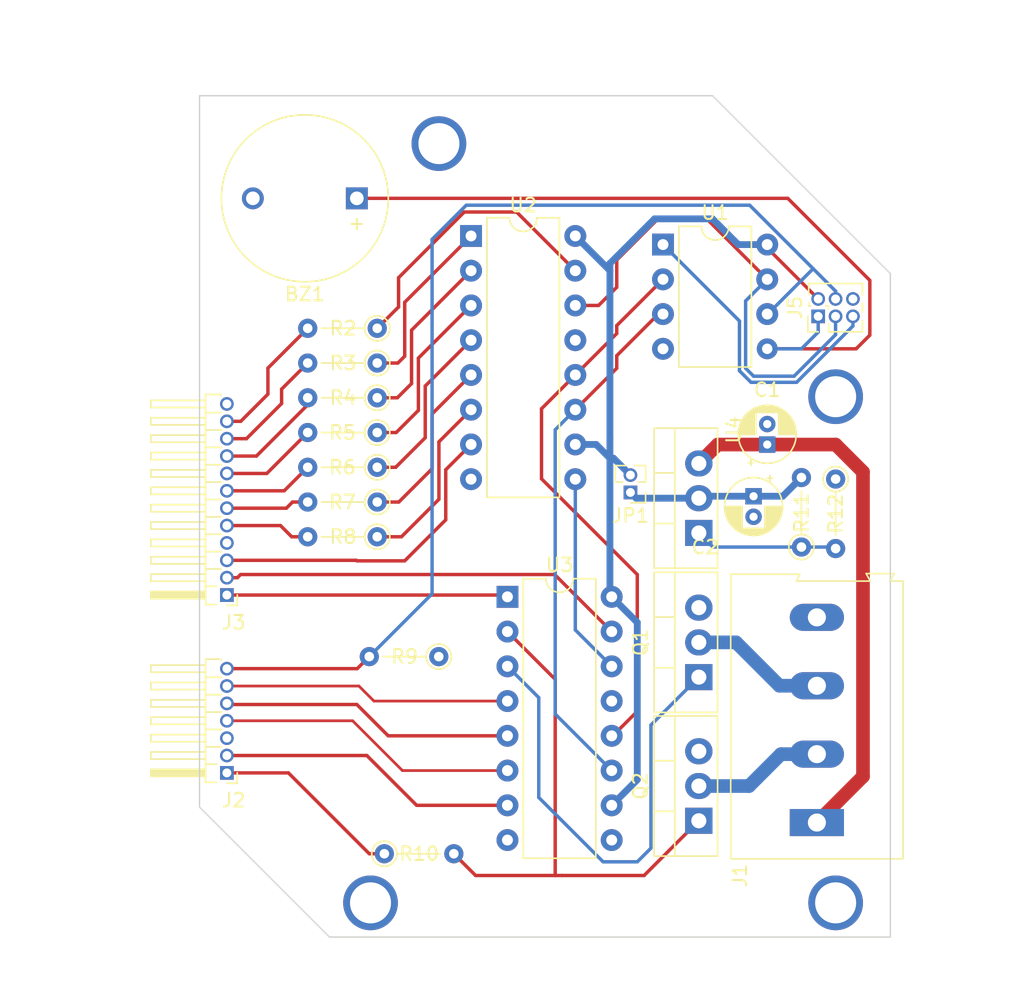
<source format=kicad_pcb>
(kicad_pcb (version 20211014) (generator pcbnew)
  (title_block (title "LightBox") (date "2022-09-30") (rev "0.1") (company "Viniltejo"))
  (layers (0 "F.Cu" signal) (31 "B.Cu" signal) (34 "B.Paste" user) (35 "F.Paste" user) (36 "B.SilkS" user "B.Silkscreen") (37 "F.SilkS" user "F.Silkscreen") (38 "B.Mask" user) (39 "F.Mask" user) (44 "Edge.Cuts" user))
  (net 0 "")
  (net 1 "GND")
  (net 2 "/Data")
  (net 3 "/Clk")
  (net 4 "/Rclk")
  (net 5 "+3V3")
  (net 6 "+12V")
  (net 7 "/E")
  (net 8 "/D")
  (net 9 "/Digit1")
  (net 10 "/C")
  (net 11 "/H")
  (net 12 "/B")
  (net 13 "/A")
  (net 14 "/F")
  (net 15 "/G")
  (net 16 "/Digit3")
  (net 17 "/QH'")
  (net 18 "/Digit2")
  (net 19 "/SW_Push_-")
  (net 20 "/SW_Push_RESET")
  (net 21 "/SW_Push_+")
  (net 22 "/SW_Push_START")
  (net 23 "Net-(R3-Pad1)")
  (net 24 "Net-(R4-Pad1)")
  (net 25 "Net-(R5-Pad1)")
  (net 26 "Net-(R6-Pad1)")
  (net 27 "Net-(R7-Pad1)")
  (net 28 "Net-(R8-Pad1)")
  (net 29 "/UVLeds")
  (net 30 "Net-(R2-Pad1)")
  (net 31 "Net-(C2-Pad1)")
  (net 32 "/Led")
  (net 33 "Net-(R11-Pad1)")
  (net 34 "/UV_Led_Array")
  (net 36 "/RED_Led_Array")
  (net 37 "/ISP_RST")
  (net 38 "/Keypad")
  (net 39 "/REDLeds")
  (net 40 "/Buzzer")
  (footprint "TerminalBlock:TerminalBlock_Altech_AK300-4_P5.00mm" (layer "F.Cu") (at 168.13 122.13 90)
    (fp_text reference "J1" (at -3.87 -5.63 90) (layer "F.SilkS"))
    (fp_text value "Screw_Terminal_01x04")
    (pad "1" thru_hole rect (at 0 0 90) (size 1.98 3.96) (drill 1.32) (layers *.Cu *.Mask) (net 6 "+12V"))
    (pad "2" thru_hole oval (at 5 0 90) (size 1.98 3.96) (drill 1.32) (layers *.Cu *.Mask) (net 34 "/UV_Led_Array"))
    (pad "3" thru_hole oval (at 10 0 90) (size 1.98 3.96) (drill 1.32) (layers *.Cu *.Mask) (net 36 "/RED_Led_Array"))
    (pad "4" thru_hole oval (at 15 0 90) (size 1.98 3.96) (drill 1.32) (layers *.Cu *.Mask) (net 1 "GND"))
  )
  (footprint "Package_TO_SOT_THT:TO-220-3_Vertical" (layer "F.Cu") (at 159.5 122 90)
    (fp_text reference "Q2" (at 2.54 -4.27 90) (layer "F.SilkS"))
    (fp_text value "IRF740")
    (pad "1" thru_hole rect (at 0 0 90) (size 1.905 2) (drill 1.1) (layers *.Cu *.Mask) (net 29 "/UVLeds"))
    (pad "2" thru_hole oval (at 2.54 0 90) (size 1.905 2) (drill 1.1) (layers *.Cu *.Mask) (net 34 "/UV_Led_Array"))
    (pad "3" thru_hole oval (at 5.08 0 90) (size 1.905 2) (drill 1.1) (layers *.Cu *.Mask) (net 1 "GND"))
  )
  (footprint "Resistor_THT:R_Axial_DIN0204_L3.6mm_D1.6mm_P5.08mm_Vertical" (layer "F.Cu") (at 135.99 86 180)
    (fp_text reference "R2" (at 2.5 0) (layer "F.SilkS"))
    (fp_text value "470R" hide)
    (pad "1" thru_hole circle (at 0 0 180) (size 1.4 1.4) (drill 0.7) (layers *.Cu *.Mask) (net 30 "Net-(R2-Pad1)"))
    (pad "2" thru_hole oval (at 5.08 0 180) (size 1.4 1.4) (drill 0.7) (layers *.Cu *.Mask) (net 13 "/A"))
  )
  (footprint "Resistor_THT:R_Axial_DIN0204_L3.6mm_D1.6mm_P5.08mm_Vertical" (layer "F.Cu") (at 140.49 110 180)
    (fp_text reference "R9" (at 2.5 0) (layer "F.SilkS"))
    (fp_text value "1K")
    (pad "1" thru_hole circle (at 0 0 180) (size 1.4 1.4) (drill 0.7) (layers *.Cu *.Mask) (net 1 "GND"))
    (pad "2" thru_hole oval (at 5.08 0 180) (size 1.4 1.4) (drill 0.7) (layers *.Cu *.Mask) (net 38 "/Keypad"))
  )
  (footprint "Resistor_THT:R_Axial_DIN0204_L3.6mm_D1.6mm_P5.08mm_Vertical" (layer "F.Cu") (at 136.51 124.41)
    (fp_text reference "R10" (at 2.54 0) (layer "F.SilkS"))
    (fp_text value "470R" hide)
    (pad "1" thru_hole circle (at 0 0) (size 1.4 1.4) (drill 0.7) (layers *.Cu *.Mask) (net 32 "/Led"))
    (pad "2" thru_hole oval (at 5.08 0) (size 1.4 1.4) (drill 0.7) (layers *.Cu *.Mask) (net 29 "/UVLeds"))
  )
  (footprint "Package_DIP:DIP-16_W7.62mm" (layer "F.Cu") (at 142.85 79.25)
    (fp_text reference "U2" (at 3.81 -2.25) (layer "F.SilkS"))
    (fp_text value "74AHCT595")
    (pad "1" thru_hole rect (at 0 0) (size 1.6 1.6) (drill 0.8) (layers *.Cu *.Mask) (net 23 "Net-(R3-Pad1)"))
    (pad "2" thru_hole oval (at 0 2.54) (size 1.6 1.6) (drill 0.8) (layers *.Cu *.Mask) (net 24 "Net-(R4-Pad1)"))
    (pad "3" thru_hole oval (at 0 5.08) (size 1.6 1.6) (drill 0.8) (layers *.Cu *.Mask) (net 25 "Net-(R5-Pad1)"))
    (pad "4" thru_hole oval (at 0 7.62) (size 1.6 1.6) (drill 0.8) (layers *.Cu *.Mask) (net 26 "Net-(R6-Pad1)"))
    (pad "5" thru_hole oval (at 0 10.16) (size 1.6 1.6) (drill 0.8) (layers *.Cu *.Mask) (net 27 "Net-(R7-Pad1)"))
    (pad "6" thru_hole oval (at 0 12.7) (size 1.6 1.6) (drill 0.8) (layers *.Cu *.Mask) (net 28 "Net-(R8-Pad1)"))
    (pad "7" thru_hole oval (at 0 15.24) (size 1.6 1.6) (drill 0.8) (layers *.Cu *.Mask) (net 9 "/Digit1"))
    (pad "8" thru_hole oval (at 0 17.78) (size 1.6 1.6) (drill 0.8) (layers *.Cu *.Mask) (net 1 "GND"))
    (pad "9" thru_hole oval (at 7.62 17.78) (size 1.6 1.6) (drill 0.8) (layers *.Cu *.Mask) (net 17 "/QH'"))
    (pad "10" thru_hole oval (at 7.62 15.24) (size 1.6 1.6) (drill 0.8) (layers *.Cu *.Mask) (net 5 "+3V3"))
    (pad "11" thru_hole oval (at 7.62 12.7) (size 1.6 1.6) (drill 0.8) (layers *.Cu *.Mask) (net 3 "/Clk"))
    (pad "12" thru_hole oval (at 7.62 10.16) (size 1.6 1.6) (drill 0.8) (layers *.Cu *.Mask) (net 4 "/Rclk"))
    (pad "13" thru_hole oval (at 7.62 7.62) (size 1.6 1.6) (drill 0.8) (layers *.Cu *.Mask) (net 1 "GND"))
    (pad "14" thru_hole oval (at 7.62 5.08) (size 1.6 1.6) (drill 0.8) (layers *.Cu *.Mask) (net 2 "/Data"))
    (pad "15" thru_hole oval (at 7.62 2.54) (size 1.6 1.6) (drill 0.8) (layers *.Cu *.Mask) (net 30 "Net-(R2-Pad1)"))
    (pad "16" thru_hole oval (at 7.62 0) (size 1.6 1.6) (drill 0.8) (layers *.Cu *.Mask) (net 5 "+3V3"))
  )
  (footprint "Package_TO_SOT_THT:TO-220-3_Vertical" (layer "F.Cu") (at 159.5 111.5 90)
    (fp_text reference "Q1" (at 2.54 -4.27 90) (layer "F.SilkS"))
    (fp_text value "IRF740")
    (pad "1" thru_hole rect (at 0 0 90) (size 1.905 2) (drill 1.1) (layers *.Cu *.Mask) (net 39 "/REDLeds"))
    (pad "2" thru_hole oval (at 2.54 0 90) (size 1.905 2) (drill 1.1) (layers *.Cu *.Mask) (net 36 "/RED_Led_Array"))
    (pad "3" thru_hole oval (at 5.08 0 90) (size 1.905 2) (drill 1.1) (layers *.Cu *.Mask) (net 1 "GND"))
  )
  (footprint "Resistor_THT:R_Axial_DIN0204_L3.6mm_D1.6mm_P5.08mm_Vertical" (layer "F.Cu") (at 167 101.99 90)
    (fp_text reference "R11" (at 2.5 0 90) (layer "F.SilkS"))
    (fp_text value "1K" hide)
    (pad "1" thru_hole circle (at 0 0 90) (size 1.4 1.4) (drill 0.7) (layers *.Cu *.Mask) (net 33 "Net-(R11-Pad1)"))
    (pad "2" thru_hole oval (at 5.08 0 90) (size 1.4 1.4) (drill 0.7) (layers *.Cu *.Mask) (net 31 "Net-(C2-Pad1)"))
  )
  (footprint "Buzzer_Beeper:MagneticBuzzer_ProSignal_ABI-010-RC" (layer "F.Cu") (at 134.5 76.5 180)
    (fp_text reference "BZ1" (at 3.8 -7) (layer "F.SilkS"))
    (fp_text value "Buzzer")
    (fp_text user "+" (at 0 -1.8) (layer "F.SilkS"))
    (pad "1" thru_hole rect (at 0 0 180) (size 1.6 1.6) (drill 1) (layers *.Cu *.Mask) (net 40 "/Buzzer"))
    (pad "2" thru_hole circle (at 7.6 0 180) (size 1.6 1.6) (drill 1) (layers *.Cu *.Mask) (net 1 "GND"))
  )
  (footprint "Resistor_THT:R_Axial_DIN0204_L3.6mm_D1.6mm_P5.08mm_Vertical" (layer "F.Cu") (at 135.99 101.24 180)
    (fp_text reference "R8" (at 2.5 0) (layer "F.SilkS"))
    (fp_text value "470R" hide)
    (pad "1" thru_hole circle (at 0 0 180) (size 1.4 1.4) (drill 0.7) (layers *.Cu *.Mask) (net 28 "Net-(R8-Pad1)"))
    (pad "2" thru_hole oval (at 5.08 0 180) (size 1.4 1.4) (drill 0.7) (layers *.Cu *.Mask) (net 15 "/G"))
  )
  (footprint "Capacitor_THT:CP_Radial_D4.0mm_P1.50mm" (layer "F.Cu") (at 164.5 94.5 90)
    (fp_text reference "C1" (at 4 0) (layer "F.SilkS"))
    (fp_text value "0.1µF" hide)
    (pad "1" thru_hole rect (at 0 0 90) (size 1.2 1.2) (drill 0.6) (layers *.Cu *.Mask) (net 6 "+12V"))
    (pad "2" thru_hole circle (at 1.5 0 90) (size 1.2 1.2) (drill 0.6) (layers *.Cu *.Mask) (net 1 "GND"))
  )
  (footprint "Resistor_THT:R_Axial_DIN0204_L3.6mm_D1.6mm_P5.08mm_Vertical" (layer "F.Cu") (at 135.99 96.16 180)
    (fp_text reference "R6" (at 2.54 0) (layer "F.SilkS"))
    (fp_text value "470R" hide)
    (pad "1" thru_hole circle (at 0 0 180) (size 1.4 1.4) (drill 0.7) (layers *.Cu *.Mask) (net 26 "Net-(R6-Pad1)"))
    (pad "2" thru_hole oval (at 5.08 0 180) (size 1.4 1.4) (drill 0.7) (layers *.Cu *.Mask) (net 7 "/E"))
  )
  (footprint "Package_DIP:DIP-16_W7.62mm" (layer "F.Cu") (at 145.51 105.63)
    (fp_text reference "U3" (at 3.81 -2.33) (layer "F.SilkS"))
    (fp_text value "74HC595")
    (pad "1" thru_hole rect (at 0 0) (size 1.6 1.6) (drill 0.8) (layers *.Cu *.Mask) (net 16 "/Digit3"))
    (pad "2" thru_hole oval (at 0 2.54) (size 1.6 1.6) (drill 0.8) (layers *.Cu *.Mask) (net 29 "/UVLeds"))
    (pad "3" thru_hole oval (at 0 5.08) (size 1.6 1.6) (drill 0.8) (layers *.Cu *.Mask) (net 39 "/REDLeds"))
    (pad "4" thru_hole oval (at 0 7.62) (size 1.6 1.6) (drill 0.8) (layers *.Cu *.Mask) (net 19 "/SW_Push_-"))
    (pad "5" thru_hole oval (at 0 10.16) (size 1.6 1.6) (drill 0.8) (layers *.Cu *.Mask) (net 20 "/SW_Push_RESET"))
    (pad "6" thru_hole oval (at 0 12.7) (size 1.6 1.6) (drill 0.8) (layers *.Cu *.Mask) (net 21 "/SW_Push_+"))
    (pad "7" thru_hole oval (at 0 15.24) (size 1.6 1.6) (drill 0.8) (layers *.Cu *.Mask) (net 22 "/SW_Push_START"))
    (pad "8" thru_hole oval (at 0 17.78) (size 1.6 1.6) (drill 0.8) (layers *.Cu *.Mask) (net 1 "GND"))
    (pad "9" thru_hole oval (at 7.62 17.78) (size 1.6 1.6) (drill 0.8) (layers *.Cu *.Mask))
    (pad "10" thru_hole oval (at 7.62 15.24) (size 1.6 1.6) (drill 0.8) (layers *.Cu *.Mask) (net 5 "+3V3"))
    (pad "11" thru_hole oval (at 7.62 12.7) (size 1.6 1.6) (drill 0.8) (layers *.Cu *.Mask) (net 3 "/Clk"))
    (pad "12" thru_hole oval (at 7.62 10.16) (size 1.6 1.6) (drill 0.8) (layers *.Cu *.Mask) (net 4 "/Rclk"))
    (pad "13" thru_hole oval (at 7.62 7.62) (size 1.6 1.6) (drill 0.8) (layers *.Cu *.Mask) (net 1 "GND"))
    (pad "14" thru_hole oval (at 7.62 5.08) (size 1.6 1.6) (drill 0.8) (layers *.Cu *.Mask) (net 17 "/QH'"))
    (pad "15" thru_hole oval (at 7.62 2.54) (size 1.6 1.6) (drill 0.8) (layers *.Cu *.Mask) (net 18 "/Digit2"))
    (pad "16" thru_hole oval (at 7.62 0) (size 1.6 1.6) (drill 0.8) (layers *.Cu *.Mask) (net 5 "+3V3"))
  )
  (footprint "Connector_PinHeader_1.27mm:PinHeader_1x07_P1.27mm_Horizontal" (layer "F.Cu") (at 125 118.5 180)
    (fp_text reference "J2" (at -0.5 -2) (layer "F.SilkS"))
    (fp_text value "Conn_01x07_Female")
    (pad "1" thru_hole rect (at 0 0 180) (size 1 1) (drill 0.65) (layers *.Cu *.Mask) (net 32 "/Led"))
    (pad "2" thru_hole oval (at 0 1.27 180) (size 1 1) (drill 0.65) (layers *.Cu *.Mask) (net 22 "/SW_Push_START"))
    (pad "3" thru_hole oval (at 0 2.54 180) (size 1 1) (drill 0.65) (layers *.Cu *.Mask) (net 1 "GND"))
    (pad "4" thru_hole oval (at 0 3.81 180) (size 1 1) (drill 0.65) (layers *.Cu *.Mask) (net 21 "/SW_Push_+"))
    (pad "5" thru_hole oval (at 0 5.08 180) (size 1 1) (drill 0.65) (layers *.Cu *.Mask) (net 20 "/SW_Push_RESET"))
    (pad "6" thru_hole oval (at 0 6.35 180) (size 1 1) (drill 0.65) (layers *.Cu *.Mask) (net 19 "/SW_Push_-"))
    (pad "7" thru_hole oval (at 0 7.62 180) (size 1 1) (drill 0.65) (layers *.Cu *.Mask) (net 38 "/Keypad"))
  )
  (footprint "Package_TO_SOT_THT:TO-220-3_Vertical" (layer "F.Cu") (at 159.5 100.96 90)
    (fp_text reference "U4" (at 7.54 2.54 90) (layer "F.SilkS"))
    (fp_text value "LM317_TO-220" hide)
    (pad "1" thru_hole rect (at 0 0 90) (size 1.905 2) (drill 1.1) (layers *.Cu *.Mask) (net 33 "Net-(R11-Pad1)"))
    (pad "2" thru_hole oval (at 2.54 0 90) (size 1.905 2) (drill 1.1) (layers *.Cu *.Mask) (net 31 "Net-(C2-Pad1)"))
    (pad "3" thru_hole oval (at 5.08 0 90) (size 1.905 2) (drill 1.1) (layers *.Cu *.Mask) (net 6 "+12V"))
  )
  (footprint "Resistor_THT:R_Axial_DIN0204_L3.6mm_D1.6mm_P5.08mm_Vertical" (layer "F.Cu") (at 135.99 88.54 180)
    (fp_text reference "R3" (at 2.5 0) (layer "F.SilkS"))
    (fp_text value "470R" hide)
    (pad "1" thru_hole circle (at 0 0 180) (size 1.4 1.4) (drill 0.7) (layers *.Cu *.Mask) (net 23 "Net-(R3-Pad1)"))
    (pad "2" thru_hole oval (at 5.08 0 180) (size 1.4 1.4) (drill 0.7) (layers *.Cu *.Mask) (net 12 "/B"))
  )
  (footprint "Resistor_THT:R_Axial_DIN0204_L3.6mm_D1.6mm_P5.08mm_Vertical" (layer "F.Cu") (at 169.5 97.02 -90)
    (fp_text reference "R12" (at 2.54 0 90) (layer "F.SilkS"))
    (fp_text value "1.5K" hide)
    (pad "1" thru_hole circle (at 0 0 270) (size 1.4 1.4) (drill 0.7) (layers *.Cu *.Mask) (net 1 "GND"))
    (pad "2" thru_hole oval (at 5.08 0 270) (size 1.4 1.4) (drill 0.7) (layers *.Cu *.Mask) (net 33 "Net-(R11-Pad1)"))
  )
  (footprint "Capacitor_THT:CP_Radial_D4.0mm_P1.50mm" (layer "F.Cu") (at 163.5 98.277401 -90)
    (fp_text reference "C2" (at 3.722599 3.555) (layer "F.SilkS"))
    (fp_text value "10µF" hide)
    (pad "1" thru_hole rect (at 0 0 270) (size 1.2 1.2) (drill 0.6) (layers *.Cu *.Mask) (net 31 "Net-(C2-Pad1)"))
    (pad "2" thru_hole circle (at 1.5 0 270) (size 1.2 1.2) (drill 0.6) (layers *.Cu *.Mask) (net 1 "GND"))
  )
  (footprint "Resistor_THT:R_Axial_DIN0204_L3.6mm_D1.6mm_P5.08mm_Vertical" (layer "F.Cu") (at 135.99 91.08 180)
    (fp_text reference "R4" (at 2.5 0) (layer "F.SilkS"))
    (fp_text value "470R" hide)
    (pad "1" thru_hole circle (at 0 0 180) (size 1.4 1.4) (drill 0.7) (layers *.Cu *.Mask) (net 24 "Net-(R4-Pad1)"))
    (pad "2" thru_hole oval (at 5.08 0 180) (size 1.4 1.4) (drill 0.7) (layers *.Cu *.Mask) (net 10 "/C"))
  )
  (footprint "Resistor_THT:R_Axial_DIN0204_L3.6mm_D1.6mm_P5.08mm_Vertical" (layer "F.Cu") (at 135.99 93.62 180)
    (fp_text reference "R5" (at 2.54 0) (layer "F.SilkS"))
    (fp_text value "470R" hide)
    (pad "1" thru_hole circle (at 0 0 180) (size 1.4 1.4) (drill 0.7) (layers *.Cu *.Mask) (net 25 "Net-(R5-Pad1)"))
    (pad "2" thru_hole oval (at 5.08 0 180) (size 1.4 1.4) (drill 0.7) (layers *.Cu *.Mask) (net 8 "/D"))
  )
  (footprint "Resistor_THT:R_Axial_DIN0204_L3.6mm_D1.6mm_P5.08mm_Vertical" (layer "F.Cu") (at 135.99 98.7 180)
    (fp_text reference "R7" (at 2.54 0) (layer "F.SilkS"))
    (fp_text value "470R" hide)
    (pad "1" thru_hole circle (at 0 0 180) (size 1.4 1.4) (drill 0.7) (layers *.Cu *.Mask) (net 27 "Net-(R7-Pad1)"))
    (pad "2" thru_hole oval (at 5.08 0 180) (size 1.4 1.4) (drill 0.7) (layers *.Cu *.Mask) (net 14 "/F"))
  )
  (footprint "Connector_PinHeader_1.27mm:PinHeader_2x03_P1.27mm_Vertical" (layer "F.Cu") (at 168.225 85.125 90)
    (fp_text reference "J5" (at 0.635 -1.695 90) (layer "F.SilkS"))
    (fp_text value "Conn_02x03_Odd_Even")
    (pad "1" thru_hole rect (at 0 0 90) (size 1 1) (drill 0.65) (layers *.Cu *.Mask) (net 40 "/Buzzer"))
    (pad "2" thru_hole oval (at 1.27 0 90) (size 1 1) (drill 0.65) (layers *.Cu *.Mask) (net 5 "+3V3"))
    (pad "3" thru_hole oval (at 0 1.27 90) (size 1 1) (drill 0.65) (layers *.Cu *.Mask) (net 2 "/Data"))
    (pad "4" thru_hole oval (at 1.27 1.27 90) (size 1 1) (drill 0.65) (layers *.Cu *.Mask) (net 38 "/Keypad"))
    (pad "5" thru_hole oval (at 0 2.54 90) (size 1 1) (drill 0.65) (layers *.Cu *.Mask) (net 37 "/ISP_RST"))
    (pad "6" thru_hole oval (at 1.27 2.54 90) (size 1 1) (drill 0.65) (layers *.Cu *.Mask) (net 1 "GND"))
  )
  (footprint "Connector_PinHeader_1.27mm:PinHeader_1x02_P1.27mm_Vertical" (layer "F.Cu") (at 154.5 98 180)
    (fp_text reference "JP1" (at 0 -1.695) (layer "F.SilkS"))
    (fp_text value "Jumper_2_Bridged")
    (pad "1" thru_hole rect (at 0 0 180) (size 1 1) (drill 0.65) (layers *.Cu *.Mask) (net 31 "Net-(C2-Pad1)"))
    (pad "2" thru_hole oval (at 0 1.27 180) (size 1 1) (drill 0.65) (layers *.Cu *.Mask) (net 5 "+3V3"))
  )
  (footprint "Package_DIP:DIP-8_W7.62mm" (layer "F.Cu") (at 156.88 79.88)
    (fp_text reference "U1" (at 3.81 -2.33) (layer "F.SilkS"))
    (fp_text value "ATtiny85-20P")
    (pad "1" thru_hole rect (at 0 0) (size 1.6 1.6) (drill 0.8) (layers *.Cu *.Mask) (net 37 "/ISP_RST"))
    (pad "2" thru_hole oval (at 0 2.54) (size 1.6 1.6) (drill 0.8) (layers *.Cu *.Mask) (net 4 "/Rclk"))
    (pad "3" thru_hole oval (at 0 5.08) (size 1.6 1.6) (drill 0.8) (layers *.Cu *.Mask) (net 3 "/Clk"))
    (pad "4" thru_hole oval (at 0 7.62) (size 1.6 1.6) (drill 0.8) (layers *.Cu *.Mask) (net 1 "GND"))
    (pad "5" thru_hole circle (at 7.62 7.62) (size 1.524 1.524) (drill 0.762) (layers *.Cu *.Mask) (net 40 "/Buzzer"))
    (pad "6" thru_hole oval (at 7.62 5.08) (size 1.6 1.6) (drill 0.8) (layers *.Cu *.Mask) (net 38 "/Keypad"))
    (pad "7" thru_hole oval (at 7.62 2.54) (size 1.6 1.6) (drill 0.8) (layers *.Cu *.Mask) (net 2 "/Data"))
    (pad "8" thru_hole oval (at 7.62 0) (size 1.6 1.6) (drill 0.8) (layers *.Cu *.Mask) (net 5 "+3V3"))
  )
  (footprint "Connector_PinHeader_1.27mm:PinHeader_1x12_P1.27mm_Horizontal" (layer "F.Cu") (at 125 105.5 180)
    (fp_text reference "J3" (at -0.5 -2 180) (layer "F.SilkS"))
    (fp_text value "Conn_01x11_Female")
    (pad "1" thru_hole rect (at 0 0 180) (size 1 1) (drill 0.65) (layers *.Cu *.Mask) (net 16 "/Digit3"))
    (pad "2" thru_hole oval (at 0 1.27 180) (size 1 1) (drill 0.65) (layers *.Cu *.Mask) (net 18 "/Digit2"))
    (pad "3" thru_hole oval (at 0 2.54 180) (size 1 1) (drill 0.65) (layers *.Cu *.Mask) (net 9 "/Digit1"))
    (pad "4" thru_hole oval (at 0 3.81 180) (size 1 1) (drill 0.65) (layers *.Cu *.Mask) (net 11 "/H"))
    (pad "5" thru_hole oval (at 0 5.08 180) (size 1 1) (drill 0.65) (layers *.Cu *.Mask) (net 15 "/G"))
    (pad "6" thru_hole oval (at 0 6.35 180) (size 1 1) (drill 0.65) (layers *.Cu *.Mask) (net 14 "/F"))
    (pad "7" thru_hole oval (at 0 7.62 180) (size 1 1) (drill 0.65) (layers *.Cu *.Mask) (net 7 "/E"))
    (pad "8" thru_hole oval (at 0 8.89 180) (size 1 1) (drill 0.65) (layers *.Cu *.Mask) (net 8 "/D"))
    (pad "9" thru_hole oval (at 0 10.16 180) (size 1 1) (drill 0.65) (layers *.Cu *.Mask) (net 10 "/C"))
    (pad "10" thru_hole oval (at 0 11.43 180) (size 1 1) (drill 0.65) (layers *.Cu *.Mask) (net 12 "/B"))
    (pad "11" thru_hole oval (at 0 12.7 180) (size 1 1) (drill 0.65) (layers *.Cu *.Mask) (net 13 "/A"))
    (pad "12" thru_hole oval (at 0 13.97 180) (size 1 1) (drill 0.65) (layers *.Cu *.Mask))
  )
  (gr_line (start 123 121) (end 123 69) (layer "Edge.Cuts") (width 0.1))
  (gr_line (start 160.5 69) (end 173.5 82) (layer "Edge.Cuts") (width 0.1))
  (gr_line (start 132.5 130.5) (end 123 121) (layer "Edge.Cuts") (width 0.1))
  (gr_line (start 123 69) (end 160.5 69) (layer "Edge.Cuts") (width 0.1))
  (gr_line (start 173.5 82) (end 173.5 130.5) (layer "Edge.Cuts") (width 0.1))
  (gr_line (start 173.5 130.5) (end 132.5 130.5) (layer "Edge.Cuts") (width 0.1))
  (via (at 135.5 128) (size 4) (drill 3) (layers "F.Cu" "B.Cu") (net 1))
  (via (at 169.5 128) (size 4) (drill 3) (layers "F.Cu" "B.Cu") (net 1))
  (via (at 140.5 72.5) (size 4) (drill 3) (layers "F.Cu" "B.Cu") (net 1))
  (via (at 169.5 91) (size 4) (drill 3) (layers "F.Cu" "B.Cu") (net 1))
  (segment (start 153.5 83) (end 153.5 81.010978) (width 0.25) (layer "F.Cu") (net 2))
  (segment (start 153.5 81.010978) (end 156.510978 78) (width 0.25) (layer "F.Cu") (net 2))
  (segment (start 160.08 78) (end 164.5 82.42) (width 0.25) (layer "F.Cu") (net 2))
  (segment (start 152.17 84.33) (end 153.5 83) (width 0.25) (layer "F.Cu") (net 2))
  (segment (start 150.47 84.33) (end 152.17 84.33) (width 0.25) (layer "F.Cu") (net 2))
  (segment (start 156.510978 78) (end 160.08 78) (width 0.25) (layer "F.Cu") (net 2))
  (segment (start 169.495 86.466388) (end 166.461388 89.5) (width 0.25) (layer "B.Cu") (net 2))
  (segment (start 163.5 89.5) (end 162.92 88.92) (width 0.25) (layer "B.Cu") (net 2))
  (segment (start 162.92 88.92) (end 162.92 84) (width 0.25) (layer "B.Cu") (net 2))
  (segment (start 169.495 85.125) (end 169.495 86.466388) (width 0.25) (layer "B.Cu") (net 2))
  (segment (start 166.461388 89.5) (end 163.5 89.5) (width 0.25) (layer "B.Cu") (net 2))
  (segment (start 162.92 84) (end 164.5 82.42) (width 0.25) (layer "B.Cu") (net 2))
  (segment (start 153.5 88) (end 156.54 84.96) (width 0.25) (layer "F.Cu") (net 3))
  (segment (start 156.54 84.96) (end 156.88 84.96) (width 0.25) (layer "F.Cu") (net 3))
  (segment (start 153.5 88.92) (end 153.5 88) (width 0.25) (layer "F.Cu") (net 3))
  (segment (start 150.47 91.95) (end 153.5 88.92) (width 0.25) (layer "F.Cu") (net 3))
  (segment (start 149 114.2) (end 153.13 118.33) (width 0.25) (layer "B.Cu") (net 3))
  (segment (start 149 93.42) (end 149 114.2) (width 0.25) (layer "B.Cu") (net 3))
  (segment (start 150.47 91.95) (end 149 93.42) (width 0.25) (layer "B.Cu") (net 3))
  (segment (start 156.88 82.42) (end 153.5 85.8) (width 0.25) (layer "F.Cu") (net 4))
  (segment (start 153.13 115.79) (end 153.21 115.79) (width 0.25) (layer "F.Cu") (net 4))
  (segment (start 153.5 86.38) (end 150.47 89.41) (width 0.25) (layer "F.Cu") (net 4))
  (segment (start 153.5 85.8) (end 153.5 86.38) (width 0.25) (layer "F.Cu") (net 4))
  (segment (start 155 104) (end 148 97) (width 0.25) (layer "F.Cu") (net 4))
  (segment (start 148 97) (end 148 91.88) (width 0.25) (layer "F.Cu") (net 4))
  (segment (start 155 114) (end 155 104) (width 0.25) (layer "F.Cu") (net 4))
  (segment (start 153.21 115.79) (end 155 114) (width 0.25) (layer "F.Cu") (net 4))
  (segment (start 148 91.88) (end 150.47 89.41) (width 0.25) (layer "F.Cu") (net 4))
  (segment (start 164.5 80.13) (end 164.5 79.88) (width 0.25) (layer "F.Cu") (net 5))
  (segment (start 168.225 83.855) (end 164.5 80.13) (width 0.25) (layer "F.Cu") (net 5))
  (segment (start 153.27 95.5) (end 154.5 96.73) (width 0.5) (layer "B.Cu") (net 5))
  (segment (start 153 105.5) (end 153.13 105.63) (width 0.5) (layer "B.Cu") (net 5))
  (segment (start 155 107.5) (end 155 119) (width 0.5) (layer "B.Cu") (net 5))
  (segment (start 160.5 78) (end 162.38 79.88) (width 0.5) (layer "B.Cu") (net 5))
  (segment (start 153 81.78) (end 153 94) (width 0.5) (layer "B.Cu") (net 5))
  (segment (start 155 119) (end 153.13 120.87) (width 0.5) (layer "B.Cu") (net 5))
  (segment (start 153 94) (end 153 95.5) (width 0.5) (layer "B.Cu") (net 5))
  (segment (start 153.13 105.63) (end 155 107.5) (width 0.5) (layer "B.Cu") (net 5))
  (segment (start 150.47 79.25) (end 153 81.78) (width 0.5) (layer "B.Cu") (net 5))
  (segment (start 153 95.5) (end 151.99 94.49) (width 0.5) (layer "B.Cu") (net 5))
  (segment (start 153 95.5) (end 153.27 95.5) (width 0.5) (layer "B.Cu") (net 5))
  (segment (start 162.38 79.88) (end 164.5 79.88) (width 0.5) (layer "B.Cu") (net 5))
  (segment (start 153 81.260978) (end 156.260978 78) (width 0.5) (layer "B.Cu") (net 5))
  (segment (start 153 81.78) (end 153 81.260978) (width 0.5) (layer "B.Cu") (net 5))
  (segment (start 153 95.5) (end 153 105.5) (width 0.5) (layer "B.Cu") (net 5))
  (segment (start 156.260978 78) (end 160.5 78) (width 0.5) (layer "B.Cu") (net 5))
  (segment (start 151.99 94.49) (end 150.47 94.49) (width 0.5) (layer "B.Cu") (net 5))
  (segment (start 160.88 94.5) (end 159.5 95.88) (width 1) (layer "F.Cu") (net 6))
  (segment (start 171.5 96.5) (end 169.5 94.5) (width 1) (layer "F.Cu") (net 6))
  (segment (start 164.5 94.5) (end 160.88 94.5) (width 1) (layer "F.Cu") (net 6))
  (segment (start 164.5 94.5) (end 169.5 94.5) (width 1) (layer "F.Cu") (net 6))
  (segment (start 171.5 118.76) (end 171.5 96.5) (width 1) (layer "F.Cu") (net 6))
  (segment (start 168.13 122.13) (end 171.5 118.76) (width 1) (layer "F.Cu") (net 6))
  (segment (start 129.19 97.88) (end 125 97.88) (width 0.25) (layer "F.Cu") (net 7))
  (segment (start 130.91 96.16) (end 129.19 97.88) (width 0.25) (layer "F.Cu") (net 7))
  (segment (start 127.92 96.61) (end 125 96.61) (width 0.25) (layer "F.Cu") (net 8))
  (segment (start 130.91 93.62) (end 127.92 96.61) (width 0.25) (layer "F.Cu") (net 8))
  (segment (start 141 96.34) (end 142.85 94.49) (width 0.25) (layer "F.Cu") (net 9))
  (segment (start 134.46 102.96) (end 125 102.96) (width 0.25) (layer "F.Cu") (net 9))
  (segment (start 141 100) (end 141 96.34) (width 0.25) (layer "F.Cu") (net 9))
  (segment (start 141 100) (end 138 103) (width 0.25) (layer "F.Cu") (net 9))
  (segment (start 134.5 103) (end 134.46 102.96) (width 0.25) (layer "F.Cu") (net 9))
  (segment (start 138 103) (end 134.5 103) (width 0.25) (layer "F.Cu") (net 9))
  (segment (start 130.91 91.08) (end 130.91 91.59) (width 0.25) (layer "F.Cu") (net 10))
  (segment (start 130.91 91.59) (end 127.16 95.34) (width 0.25) (layer "F.Cu") (net 10))
  (segment (start 127.16 95.34) (end 125 95.34) (width 0.25) (layer "F.Cu") (net 10))
  (segment (start 125 94.07) (end 126.43 94.07) (width 0.25) (layer "F.Cu") (net 12))
  (segment (start 129 91.5) (end 129 90.45) (width 0.25) (layer "F.Cu") (net 12))
  (segment (start 129 90.45) (end 130.91 88.54) (width 0.25) (layer "F.Cu") (net 12))
  (segment (start 126.43 94.07) (end 129 91.5) (width 0.25) (layer "F.Cu") (net 12))
  (segment (start 130.91 86) (end 128 88.91) (width 0.25) (layer "F.Cu") (net 13))
  (segment (start 128 90.814282) (end 126.014282 92.8) (width 0.25) (layer "F.Cu") (net 13))
  (segment (start 126.014282 92.8) (end 125 92.8) (width 0.25) (layer "F.Cu") (net 13))
  (segment (start 128 88.91) (end 128 90.814282) (width 0.25) (layer "F.Cu") (net 13))
  (segment (start 130.91 98.7) (end 129.8 98.7) (width 0.25) (layer "F.Cu") (net 14))
  (segment (start 129.8 98.7) (end 129.35 99.15) (width 0.25) (layer "F.Cu") (net 14))
  (segment (start 129.35 99.15) (end 125 99.15) (width 0.25) (layer "F.Cu") (net 14))
  (segment (start 129.74 101.24) (end 128.92 100.42) (width 0.25) (layer "F.Cu") (net 15))
  (segment (start 128.92 100.42) (end 125 100.42) (width 0.25) (layer "F.Cu") (net 15))
  (segment (start 130.91 101.24) (end 129.74 101.24) (width 0.25) (layer "F.Cu") (net 15))
  (segment (start 145.38 105.5) (end 145.51 105.63) (width 0.25) (layer "F.Cu") (net 16))
  (segment (start 125 105.5) (end 145.38 105.5) (width 0.25) (layer "F.Cu") (net 16))
  (segment (start 150.47 97.03) (end 150.47 108.05) (width 0.25) (layer "B.Cu") (net 17))
  (segment (start 150.47 108.05) (end 153.13 110.71) (width 0.25) (layer "B.Cu") (net 17))
  (segment (start 153.13 108.17) (end 148.96 104) (width 0.25) (layer "F.Cu") (net 18))
  (segment (start 148.96 104) (end 126 104) (width 0.25) (layer "F.Cu") (net 18))
  (segment (start 126 104) (end 125.77 104.23) (width 0.25) (layer "F.Cu") (net 18))
  (segment (start 125.77 104.23) (end 125 104.23) (width 0.25) (layer "F.Cu") (net 18))
  (segment (start 135.75 113.25) (end 145.51 113.25) (width 0.2) (layer "F.Cu") (net 19))
  (segment (start 134.65 112.15) (end 135.75 113.25) (width 0.2) (layer "F.Cu") (net 19))
  (segment (start 145.51 113.13) (end 145.51 113.25) (width 0.25) (layer "F.Cu") (net 19))
  (segment (start 125 112.15) (end 134.65 112.15) (width 0.2) (layer "F.Cu") (net 19))
  (segment (start 136.79 115.79) (end 145.51 115.79) (width 0.25) (layer "F.Cu") (net 20))
  (segment (start 125 113.42) (end 125.08 113.5) (width 0.25) (layer "F.Cu") (net 20))
  (segment (start 125.08 113.5) (end 134.5 113.5) (width 0.25) (layer "F.Cu") (net 20))
  (segment (start 134.5 113.5) (end 136.79 115.79) (width 0.25) (layer "F.Cu") (net 20))
  (segment (start 134.19 114.69) (end 137.83 118.33) (width 0.2) (layer "F.Cu") (net 21))
  (segment (start 137.83 118.33) (end 145.51 118.33) (width 0.2) (layer "F.Cu") (net 21))
  (segment (start 125 114.69) (end 134.19 114.69) (width 0.2) (layer "F.Cu") (net 21))
  (segment (start 138.87 120.87) (end 145.51 120.87) (width 0.25) (layer "F.Cu") (net 22))
  (segment (start 135.23 117.23) (end 138.87 120.87) (width 0.25) (layer "F.Cu") (net 22))
  (segment (start 125 117.23) (end 135.23 117.23) (width 0.25) (layer "F.Cu") (net 22))
  (segment (start 145.38 121) (end 145.51 120.87) (width 0.25) (layer "F.Cu") (net 22))
  (segment (start 138 84.1) (end 142.85 79.25) (width 0.25) (layer "F.Cu") (net 23))
  (segment (start 135.99 88.54) (end 137.5 88.54) (width 0.25) (layer "F.Cu") (net 23))
  (segment (start 138 88.04) (end 138 84.1) (width 0.25) (layer "F.Cu") (net 23))
  (segment (start 137.5 88.54) (end 138 88.04) (width 0.25) (layer "F.Cu") (net 23))
  (segment (start 138.5 90.04) (end 138.5 86.14) (width 0.25) (layer "F.Cu") (net 24))
  (segment (start 137.46 91.08) (end 138.5 90.04) (width 0.25) (layer "F.Cu") (net 24))
  (segment (start 138.5 86.14) (end 142.85 81.79) (width 0.25) (layer "F.Cu") (net 24))
  (segment (start 135.99 91.08) (end 137.46 91.08) (width 0.25) (layer "F.Cu") (net 24))
  (segment (start 137.38 93.62) (end 139 92) (width 0.25) (layer "F.Cu") (net 25))
  (segment (start 139 92) (end 139 88.18) (width 0.25) (layer "F.Cu") (net 25))
  (segment (start 135.99 93.62) (end 137.38 93.62) (width 0.25) (layer "F.Cu") (net 25))
  (segment (start 139 88.18) (end 142.85 84.33) (width 0.25) (layer "F.Cu") (net 25))
  (segment (start 139.5 94) (end 139.5 90.22) (width 0.25) (layer "F.Cu") (net 26))
  (segment (start 139.5 90.22) (end 142.85 86.87) (width 0.25) (layer "F.Cu") (net 26))
  (segment (start 135.99 96.16) (end 137.34 96.16) (width 0.25) (layer "F.Cu") (net 26))
  (segment (start 137.34 96.16) (end 139.5 94) (width 0.25) (layer "F.Cu") (net 26))
  (segment (start 140 92.26) (end 140 96.27) (width 0.25) (layer "F.Cu") (net 27))
  (segment (start 137.57 98.7) (end 135.99 98.7) (width 0.25) (layer "F.Cu") (net 27))
  (segment (start 142.85 89.41) (end 140 92.26) (width 0.25) (layer "F.Cu") (net 27))
  (segment (start 140 96.27) (end 137.57 98.7) (width 0.25) (layer "F.Cu") (net 27))
  (segment (start 135.99 101.24) (end 137.76 101.24) (width 0.25) (layer "F.Cu") (net 28))
  (segment (start 140.5 98.5) (end 140.5 94.3) (width 0.25) (layer "F.Cu") (net 28))
  (segment (start 137.76 101.24) (end 140.5 98.5) (width 0.25) (layer "F.Cu") (net 28))
  (segment (start 140.5 94.3) (end 142.85 91.95) (width 0.25) (layer "F.Cu") (net 28))
  (segment (start 149 126) (end 149.5 126) (width 0.25) (layer "F.Cu") (net 29))
  (segment (start 149 111.66) (end 149 126) (width 0.25) (layer "F.Cu") (net 29))
  (segment (start 145.51 108.17) (end 149 111.66) (width 0.25) (layer "F.Cu") (net 29))
  (segment (start 149.5 126) (end 155.5 126) (width 0.25) (layer "F.Cu") (net 29))
  (segment (start 141.59 124.41) (end 143.18 126) (width 0.25) (layer "F.Cu") (net 29))
  (segment (start 155.5 126) (end 159.5 122) (width 0.25) (layer "F.Cu") (net 29))
  (segment (start 143.18 126) (end 149 126) (width 0.25) (layer "F.Cu") (net 29))
  (segment (start 137.55048 84.44952) (end 137.55048 82.300498) (width 0.25) (layer "F.Cu") (net 30))
  (segment (start 137.55048 82.300498) (end 142.350978 77.5) (width 0.25) (layer "F.Cu") (net 30))
  (segment (start 137.55048 84.44952) (end 137.54048 84.44952) (width 0.25) (layer "F.Cu") (net 30))
  (segment (start 142.350978 77.5) (end 146.18 77.5) (width 0.25) (layer "F.Cu") (net 30))
  (segment (start 146.18 77.5) (end 150.47 81.79) (width 0.25) (layer "F.Cu") (net 30))
  (segment (start 137.54048 84.44952) (end 135.99 86) (width 0.25) (layer "F.Cu") (net 30))
  (segment (start 159.5 98.42) (end 154.92 98.42) (width 0.5) (layer "B.Cu") (net 31))
  (segment (start 165.632599 98.277401) (end 167 96.91) (width 0.5) (layer "B.Cu") (net 31))
  (segment (start 159.642599 98.277401) (end 159.5 98.42) (width 0.5) (layer "B.Cu") (net 31))
  (segment (start 163.5 98.277401) (end 165.632599 98.277401) (width 0.5) (layer "B.Cu") (net 31))
  (segment (start 154.92 98.42) (end 154.5 98) (width 0.5) (layer "B.Cu") (net 31))
  (segment (start 163.5 98.277401) (end 159.642599 98.277401) (width 0.5) (layer "B.Cu") (net 31))
  (segment (start 135.41 124.41) (end 136.51 124.41) (width 0.25) (layer "F.Cu") (net 32))
  (segment (start 129.5 118.5) (end 135.41 124.41) (width 0.25) (layer "F.Cu") (net 32))
  (segment (start 125 118.5) (end 129.5 118.5) (width 0.25) (layer "F.Cu") (net 32))
  (segment (start 167 101.99) (end 169.39 101.99) (width 0.25) (layer "B.Cu") (net 33))
  (segment (start 167 101.99) (end 160.53 101.99) (width 0.25) (layer "B.Cu") (net 33))
  (segment (start 169.39 101.99) (end 169.5 102.1) (width 0.25) (layer "B.Cu") (net 33))
  (segment (start 160.53 101.99) (end 159.5 100.96) (width 0.25) (layer "B.Cu") (net 33))
  (segment (start 168.13 117.13) (end 165.5 117.13) (width 1) (layer "B.Cu") (net 34))
  (segment (start 165.5 117.13) (end 163.17 119.46) (width 1) (layer "B.Cu") (net 34))
  (segment (start 163.17 119.46) (end 159.5 119.46) (width 1) (layer "B.Cu") (net 34))
  (segment (start 168.13 112.13) (end 165.39 112.13) (width 1) (layer "B.Cu") (net 36))
  (segment (start 165.39 112.13) (end 162.22 108.96) (width 1) (layer "B.Cu") (net 36))
  (segment (start 162.22 108.96) (end 159.5 108.96) (width 1) (layer "B.Cu") (net 36))
  (segment (start 162.47048 89.106198) (end 162.47048 85.47048) (width 0.25) (layer "B.Cu") (net 37))
  (segment (start 163.313802 89.94952) (end 162.47048 89.106198) (width 0.25) (layer "B.Cu") (net 37))
  (segment (start 170.765 85.832106) (end 166.647585 89.94952) (width 0.25) (layer "B.Cu") (net 37))
  (segment (start 170.765 85.125) (end 170.765 85.832106) (width 0.25) (layer "B.Cu") (net 37))
  (segment (start 162.47048 85.47048) (end 156.88 79.88) (width 0.25) (layer "B.Cu") (net 37))
  (segment (start 166.647585 89.94952) (end 163.313802 89.94952) (width 0.25) (layer "B.Cu") (net 37))
  (segment (start 125 110.88) (end 134.53 110.88) (width 0.25) (layer "F.Cu") (net 38))
  (segment (start 134.53 110.88) (end 135.41 110) (width 0.25) (layer "F.Cu") (net 38))
  (segment (start 167.85515 81.64485) (end 164.54 84.96) (width 0.25) (layer "B.Cu") (net 38))
  (segment (start 135.41 110) (end 140 105.41) (width 0.25) (layer "B.Cu") (net 38))
  (segment (start 142.5 77) (end 163.2103 77) (width 0.25) (layer "B.Cu") (net 38))
  (segment (start 169.495 83.855) (end 169.5 83.85) (width 0.25) (layer "B.Cu") (net 38))
  (segment (start 169.5 83.85) (end 169.5 83.2897) (width 0.25) (layer "B.Cu") (net 38))
  (segment (start 140 79.5) (end 142.5 77) (width 0.25) (layer "B.Cu") (net 38))
  (segment (start 163.2103 77) (end 167.85515 81.64485) (width 0.25) (layer "B.Cu") (net 38))
  (segment (start 169.5 83.2897) (end 167.85515 81.64485) (width 0.25) (layer "B.Cu") (net 38))
  (segment (start 164.54 84.96) (end 164.5 84.96) (width 0.25) (layer "B.Cu") (net 38))
  (segment (start 140 105.41) (end 140 79.5) (width 0.25) (layer "B.Cu") (net 38))
  (segment (start 152.5 125) (end 155 125) (width 0.25) (layer "B.Cu") (net 39))
  (segment (start 147.8 113) (end 147.8 120.3) (width 0.25) (layer "B.Cu") (net 39))
  (segment (start 156 115) (end 159.5 111.5) (width 0.25) (layer "B.Cu") (net 39))
  (segment (start 156 124) (end 156 115) (width 0.25) (layer "B.Cu") (net 39))
  (segment (start 155 125) (end 156 124) (width 0.25) (layer "B.Cu") (net 39))
  (segment (start 147.8 120.3) (end 152.5 125) (width 0.25) (layer "B.Cu") (net 39))
  (segment (start 145.51 110.71) (end 147.8 113) (width 0.25) (layer "B.Cu") (net 39))
  (segment (start 172 86.5) (end 172 82.5) (width 0.25) (layer "F.Cu") (net 40))
  (segment (start 171 87.5) (end 172 86.5) (width 0.25) (layer "F.Cu") (net 40))
  (segment (start 164.5 87.5) (end 171 87.5) (width 0.25) (layer "F.Cu") (net 40))
  (segment (start 172 82.5) (end 166 76.5) (width 0.25) (layer "F.Cu") (net 40))
  (segment (start 166 76.5) (end 134.5 76.5) (width 0.25) (layer "F.Cu") (net 40))
  (segment (start 168.225 86.275) (end 168.225 85.125) (width 0.25) (layer "B.Cu") (net 40))
  (segment (start 164.5 87.5) (end 167 87.5) (width 0.25) (layer "B.Cu") (net 40))
  (segment (start 167 87.5) (end 168.225 86.275) (width 0.25) (layer "B.Cu") (net 40))
)
</source>
